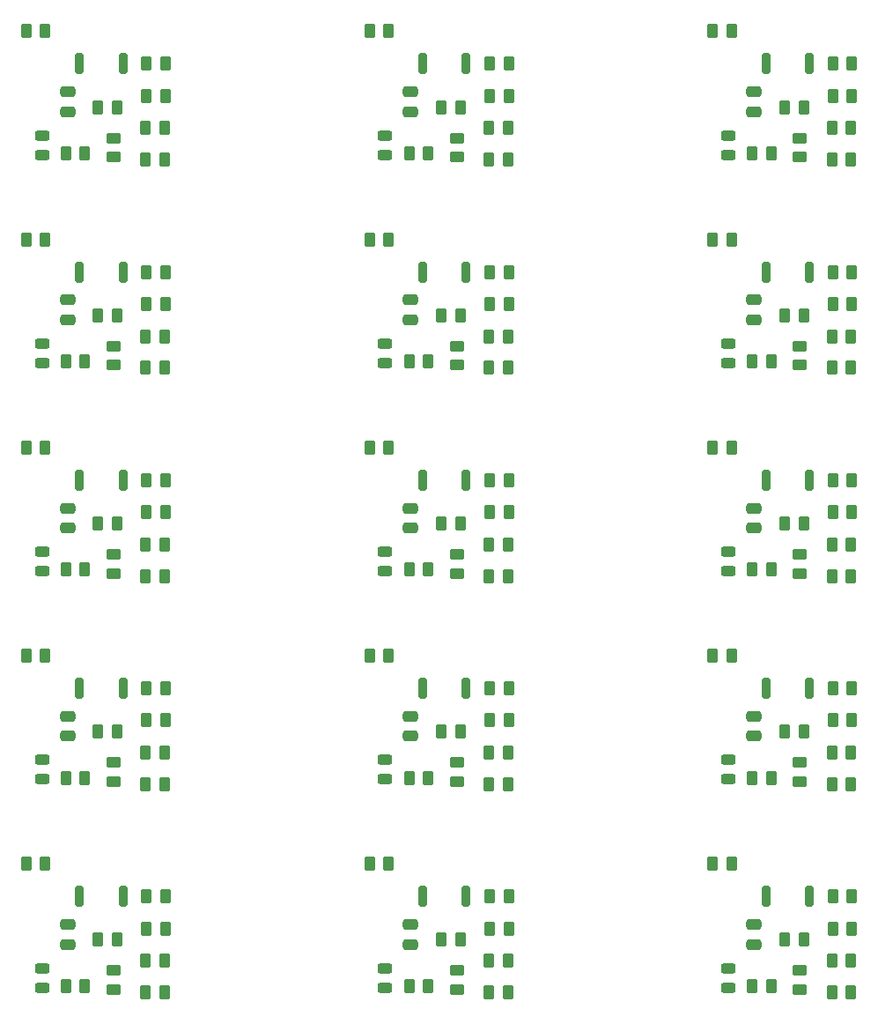
<source format=gbr>
%TF.GenerationSoftware,KiCad,Pcbnew,(6.0.11)*%
%TF.CreationDate,2023-10-19T09:40:57-03:00*%
%TF.ProjectId,gerenciador_de_bateria_2.0,67657265-6e63-4696-9164-6f725f64655f,rev?*%
%TF.SameCoordinates,Original*%
%TF.FileFunction,Paste,Bot*%
%TF.FilePolarity,Positive*%
%FSLAX46Y46*%
G04 Gerber Fmt 4.6, Leading zero omitted, Abs format (unit mm)*
G04 Created by KiCad (PCBNEW (6.0.11)) date 2023-10-19 09:40:57*
%MOMM*%
%LPD*%
G01*
G04 APERTURE LIST*
G04 Aperture macros list*
%AMRoundRect*
0 Rectangle with rounded corners*
0 $1 Rounding radius*
0 $2 $3 $4 $5 $6 $7 $8 $9 X,Y pos of 4 corners*
0 Add a 4 corners polygon primitive as box body*
4,1,4,$2,$3,$4,$5,$6,$7,$8,$9,$2,$3,0*
0 Add four circle primitives for the rounded corners*
1,1,$1+$1,$2,$3*
1,1,$1+$1,$4,$5*
1,1,$1+$1,$6,$7*
1,1,$1+$1,$8,$9*
0 Add four rect primitives between the rounded corners*
20,1,$1+$1,$2,$3,$4,$5,0*
20,1,$1+$1,$4,$5,$6,$7,0*
20,1,$1+$1,$6,$7,$8,$9,0*
20,1,$1+$1,$8,$9,$2,$3,0*%
G04 Aperture macros list end*
%ADD10RoundRect,0.243750X-0.456250X0.243750X-0.456250X-0.243750X0.456250X-0.243750X0.456250X0.243750X0*%
%ADD11RoundRect,0.250000X0.262500X0.450000X-0.262500X0.450000X-0.262500X-0.450000X0.262500X-0.450000X0*%
%ADD12RoundRect,0.200000X0.200000X0.800000X-0.200000X0.800000X-0.200000X-0.800000X0.200000X-0.800000X0*%
%ADD13RoundRect,0.250000X-0.262500X-0.450000X0.262500X-0.450000X0.262500X0.450000X-0.262500X0.450000X0*%
%ADD14RoundRect,0.250000X-0.475000X0.250000X-0.475000X-0.250000X0.475000X-0.250000X0.475000X0.250000X0*%
%ADD15RoundRect,0.250000X-0.450000X0.262500X-0.450000X-0.262500X0.450000X-0.262500X0.450000X0.262500X0*%
G04 APERTURE END LIST*
D10*
%TO.C,D1*%
X182688500Y-150706001D03*
X182688500Y-152581001D03*
%TD*%
D11*
%TO.C,R11*%
X194478500Y-153033501D03*
X192653500Y-153033501D03*
%TD*%
%TO.C,R8*%
X194561000Y-143833501D03*
X192736000Y-143833501D03*
%TD*%
D12*
%TO.C,SW1*%
X190478500Y-143823501D03*
X186278500Y-143823501D03*
%TD*%
D13*
%TO.C,R6*%
X188096000Y-147983501D03*
X189921000Y-147983501D03*
%TD*%
D14*
%TO.C,C11*%
X185148500Y-146523501D03*
X185148500Y-148423501D03*
%TD*%
D15*
%TO.C,R4*%
X189565300Y-150949401D03*
X189565300Y-152774401D03*
%TD*%
D13*
%TO.C,R5*%
X184995200Y-152420701D03*
X186820200Y-152420701D03*
%TD*%
%TO.C,R7*%
X192736000Y-146903501D03*
X194561000Y-146903501D03*
%TD*%
D11*
%TO.C,R1*%
X183008500Y-140683501D03*
X181183500Y-140683501D03*
%TD*%
%TO.C,R12*%
X194481000Y-150003501D03*
X192656000Y-150003501D03*
%TD*%
D10*
%TO.C,D1*%
X149688500Y-150706001D03*
X149688500Y-152581001D03*
%TD*%
D11*
%TO.C,R11*%
X161478500Y-153033501D03*
X159653500Y-153033501D03*
%TD*%
%TO.C,R8*%
X161561000Y-143833501D03*
X159736000Y-143833501D03*
%TD*%
D12*
%TO.C,SW1*%
X157478500Y-143823501D03*
X153278500Y-143823501D03*
%TD*%
D13*
%TO.C,R6*%
X155096000Y-147983501D03*
X156921000Y-147983501D03*
%TD*%
D14*
%TO.C,C11*%
X152148500Y-146523501D03*
X152148500Y-148423501D03*
%TD*%
D15*
%TO.C,R4*%
X156565300Y-150949401D03*
X156565300Y-152774401D03*
%TD*%
D13*
%TO.C,R5*%
X151995200Y-152420701D03*
X153820200Y-152420701D03*
%TD*%
%TO.C,R7*%
X159736000Y-146903501D03*
X161561000Y-146903501D03*
%TD*%
D11*
%TO.C,R1*%
X150008500Y-140683501D03*
X148183500Y-140683501D03*
%TD*%
%TO.C,R12*%
X161481000Y-150003501D03*
X159656000Y-150003501D03*
%TD*%
D10*
%TO.C,D1*%
X116688500Y-150706001D03*
X116688500Y-152581001D03*
%TD*%
D11*
%TO.C,R11*%
X128478500Y-153033501D03*
X126653500Y-153033501D03*
%TD*%
%TO.C,R8*%
X128561000Y-143833501D03*
X126736000Y-143833501D03*
%TD*%
D12*
%TO.C,SW1*%
X124478500Y-143823501D03*
X120278500Y-143823501D03*
%TD*%
D13*
%TO.C,R6*%
X122096000Y-147983501D03*
X123921000Y-147983501D03*
%TD*%
D14*
%TO.C,C11*%
X119148500Y-146523501D03*
X119148500Y-148423501D03*
%TD*%
D15*
%TO.C,R4*%
X123565300Y-150949401D03*
X123565300Y-152774401D03*
%TD*%
D13*
%TO.C,R5*%
X118995200Y-152420701D03*
X120820200Y-152420701D03*
%TD*%
%TO.C,R7*%
X126736000Y-146903501D03*
X128561000Y-146903501D03*
%TD*%
D11*
%TO.C,R1*%
X117008500Y-140683501D03*
X115183500Y-140683501D03*
%TD*%
%TO.C,R12*%
X128481000Y-150003501D03*
X126656000Y-150003501D03*
%TD*%
D10*
%TO.C,D1*%
X182688500Y-130706001D03*
X182688500Y-132581001D03*
%TD*%
D11*
%TO.C,R11*%
X194478500Y-133033501D03*
X192653500Y-133033501D03*
%TD*%
%TO.C,R8*%
X194561000Y-123833501D03*
X192736000Y-123833501D03*
%TD*%
D12*
%TO.C,SW1*%
X190478500Y-123823501D03*
X186278500Y-123823501D03*
%TD*%
D13*
%TO.C,R6*%
X188096000Y-127983501D03*
X189921000Y-127983501D03*
%TD*%
D14*
%TO.C,C11*%
X185148500Y-126523501D03*
X185148500Y-128423501D03*
%TD*%
D15*
%TO.C,R4*%
X189565300Y-130949401D03*
X189565300Y-132774401D03*
%TD*%
D13*
%TO.C,R5*%
X184995200Y-132420701D03*
X186820200Y-132420701D03*
%TD*%
%TO.C,R7*%
X192736000Y-126903501D03*
X194561000Y-126903501D03*
%TD*%
D11*
%TO.C,R1*%
X183008500Y-120683501D03*
X181183500Y-120683501D03*
%TD*%
%TO.C,R12*%
X194481000Y-130003501D03*
X192656000Y-130003501D03*
%TD*%
D10*
%TO.C,D1*%
X149688500Y-130706001D03*
X149688500Y-132581001D03*
%TD*%
D11*
%TO.C,R11*%
X161478500Y-133033501D03*
X159653500Y-133033501D03*
%TD*%
%TO.C,R8*%
X161561000Y-123833501D03*
X159736000Y-123833501D03*
%TD*%
D12*
%TO.C,SW1*%
X157478500Y-123823501D03*
X153278500Y-123823501D03*
%TD*%
D13*
%TO.C,R6*%
X155096000Y-127983501D03*
X156921000Y-127983501D03*
%TD*%
D14*
%TO.C,C11*%
X152148500Y-126523501D03*
X152148500Y-128423501D03*
%TD*%
D15*
%TO.C,R4*%
X156565300Y-130949401D03*
X156565300Y-132774401D03*
%TD*%
D13*
%TO.C,R5*%
X151995200Y-132420701D03*
X153820200Y-132420701D03*
%TD*%
%TO.C,R7*%
X159736000Y-126903501D03*
X161561000Y-126903501D03*
%TD*%
D11*
%TO.C,R1*%
X150008500Y-120683501D03*
X148183500Y-120683501D03*
%TD*%
%TO.C,R12*%
X161481000Y-130003501D03*
X159656000Y-130003501D03*
%TD*%
D10*
%TO.C,D1*%
X116688500Y-130706001D03*
X116688500Y-132581001D03*
%TD*%
D11*
%TO.C,R11*%
X128478500Y-133033501D03*
X126653500Y-133033501D03*
%TD*%
%TO.C,R8*%
X128561000Y-123833501D03*
X126736000Y-123833501D03*
%TD*%
D12*
%TO.C,SW1*%
X124478500Y-123823501D03*
X120278500Y-123823501D03*
%TD*%
D13*
%TO.C,R6*%
X122096000Y-127983501D03*
X123921000Y-127983501D03*
%TD*%
D14*
%TO.C,C11*%
X119148500Y-126523501D03*
X119148500Y-128423501D03*
%TD*%
D15*
%TO.C,R4*%
X123565300Y-130949401D03*
X123565300Y-132774401D03*
%TD*%
D13*
%TO.C,R5*%
X118995200Y-132420701D03*
X120820200Y-132420701D03*
%TD*%
%TO.C,R7*%
X126736000Y-126903501D03*
X128561000Y-126903501D03*
%TD*%
D11*
%TO.C,R1*%
X117008500Y-120683501D03*
X115183500Y-120683501D03*
%TD*%
%TO.C,R12*%
X128481000Y-130003501D03*
X126656000Y-130003501D03*
%TD*%
D10*
%TO.C,D1*%
X182688500Y-110706001D03*
X182688500Y-112581001D03*
%TD*%
D11*
%TO.C,R11*%
X194478500Y-113033501D03*
X192653500Y-113033501D03*
%TD*%
%TO.C,R8*%
X194561000Y-103833501D03*
X192736000Y-103833501D03*
%TD*%
D12*
%TO.C,SW1*%
X190478500Y-103823501D03*
X186278500Y-103823501D03*
%TD*%
D13*
%TO.C,R6*%
X188096000Y-107983501D03*
X189921000Y-107983501D03*
%TD*%
D14*
%TO.C,C11*%
X185148500Y-106523501D03*
X185148500Y-108423501D03*
%TD*%
D15*
%TO.C,R4*%
X189565300Y-110949401D03*
X189565300Y-112774401D03*
%TD*%
D13*
%TO.C,R5*%
X184995200Y-112420701D03*
X186820200Y-112420701D03*
%TD*%
%TO.C,R7*%
X192736000Y-106903501D03*
X194561000Y-106903501D03*
%TD*%
D11*
%TO.C,R1*%
X183008500Y-100683501D03*
X181183500Y-100683501D03*
%TD*%
%TO.C,R12*%
X194481000Y-110003501D03*
X192656000Y-110003501D03*
%TD*%
D10*
%TO.C,D1*%
X149688500Y-110706001D03*
X149688500Y-112581001D03*
%TD*%
D11*
%TO.C,R11*%
X161478500Y-113033501D03*
X159653500Y-113033501D03*
%TD*%
%TO.C,R8*%
X161561000Y-103833501D03*
X159736000Y-103833501D03*
%TD*%
D12*
%TO.C,SW1*%
X157478500Y-103823501D03*
X153278500Y-103823501D03*
%TD*%
D13*
%TO.C,R6*%
X155096000Y-107983501D03*
X156921000Y-107983501D03*
%TD*%
D14*
%TO.C,C11*%
X152148500Y-106523501D03*
X152148500Y-108423501D03*
%TD*%
D15*
%TO.C,R4*%
X156565300Y-110949401D03*
X156565300Y-112774401D03*
%TD*%
D13*
%TO.C,R5*%
X151995200Y-112420701D03*
X153820200Y-112420701D03*
%TD*%
%TO.C,R7*%
X159736000Y-106903501D03*
X161561000Y-106903501D03*
%TD*%
D11*
%TO.C,R1*%
X150008500Y-100683501D03*
X148183500Y-100683501D03*
%TD*%
%TO.C,R12*%
X161481000Y-110003501D03*
X159656000Y-110003501D03*
%TD*%
D10*
%TO.C,D1*%
X116688500Y-110706001D03*
X116688500Y-112581001D03*
%TD*%
D11*
%TO.C,R11*%
X128478500Y-113033501D03*
X126653500Y-113033501D03*
%TD*%
%TO.C,R8*%
X128561000Y-103833501D03*
X126736000Y-103833501D03*
%TD*%
D12*
%TO.C,SW1*%
X124478500Y-103823501D03*
X120278500Y-103823501D03*
%TD*%
D13*
%TO.C,R6*%
X122096000Y-107983501D03*
X123921000Y-107983501D03*
%TD*%
D14*
%TO.C,C11*%
X119148500Y-106523501D03*
X119148500Y-108423501D03*
%TD*%
D15*
%TO.C,R4*%
X123565300Y-110949401D03*
X123565300Y-112774401D03*
%TD*%
D13*
%TO.C,R5*%
X118995200Y-112420701D03*
X120820200Y-112420701D03*
%TD*%
%TO.C,R7*%
X126736000Y-106903501D03*
X128561000Y-106903501D03*
%TD*%
D11*
%TO.C,R1*%
X117008500Y-100683501D03*
X115183500Y-100683501D03*
%TD*%
%TO.C,R12*%
X128481000Y-110003501D03*
X126656000Y-110003501D03*
%TD*%
D10*
%TO.C,D1*%
X182688500Y-90706001D03*
X182688500Y-92581001D03*
%TD*%
D11*
%TO.C,R11*%
X194478500Y-93033501D03*
X192653500Y-93033501D03*
%TD*%
%TO.C,R8*%
X194561000Y-83833501D03*
X192736000Y-83833501D03*
%TD*%
D12*
%TO.C,SW1*%
X190478500Y-83823501D03*
X186278500Y-83823501D03*
%TD*%
D13*
%TO.C,R6*%
X188096000Y-87983501D03*
X189921000Y-87983501D03*
%TD*%
D14*
%TO.C,C11*%
X185148500Y-86523501D03*
X185148500Y-88423501D03*
%TD*%
D15*
%TO.C,R4*%
X189565300Y-90949401D03*
X189565300Y-92774401D03*
%TD*%
D13*
%TO.C,R5*%
X184995200Y-92420701D03*
X186820200Y-92420701D03*
%TD*%
%TO.C,R7*%
X192736000Y-86903501D03*
X194561000Y-86903501D03*
%TD*%
D11*
%TO.C,R1*%
X183008500Y-80683501D03*
X181183500Y-80683501D03*
%TD*%
%TO.C,R12*%
X194481000Y-90003501D03*
X192656000Y-90003501D03*
%TD*%
D10*
%TO.C,D1*%
X149688500Y-90706001D03*
X149688500Y-92581001D03*
%TD*%
D11*
%TO.C,R11*%
X161478500Y-93033501D03*
X159653500Y-93033501D03*
%TD*%
%TO.C,R8*%
X161561000Y-83833501D03*
X159736000Y-83833501D03*
%TD*%
D12*
%TO.C,SW1*%
X157478500Y-83823501D03*
X153278500Y-83823501D03*
%TD*%
D13*
%TO.C,R6*%
X155096000Y-87983501D03*
X156921000Y-87983501D03*
%TD*%
D14*
%TO.C,C11*%
X152148500Y-86523501D03*
X152148500Y-88423501D03*
%TD*%
D15*
%TO.C,R4*%
X156565300Y-90949401D03*
X156565300Y-92774401D03*
%TD*%
D13*
%TO.C,R5*%
X151995200Y-92420701D03*
X153820200Y-92420701D03*
%TD*%
%TO.C,R7*%
X159736000Y-86903501D03*
X161561000Y-86903501D03*
%TD*%
D11*
%TO.C,R1*%
X150008500Y-80683501D03*
X148183500Y-80683501D03*
%TD*%
%TO.C,R12*%
X161481000Y-90003501D03*
X159656000Y-90003501D03*
%TD*%
D10*
%TO.C,D1*%
X116688500Y-90706001D03*
X116688500Y-92581001D03*
%TD*%
D11*
%TO.C,R11*%
X128478500Y-93033501D03*
X126653500Y-93033501D03*
%TD*%
%TO.C,R8*%
X128561000Y-83833501D03*
X126736000Y-83833501D03*
%TD*%
D12*
%TO.C,SW1*%
X124478500Y-83823501D03*
X120278500Y-83823501D03*
%TD*%
D13*
%TO.C,R6*%
X122096000Y-87983501D03*
X123921000Y-87983501D03*
%TD*%
D14*
%TO.C,C11*%
X119148500Y-86523501D03*
X119148500Y-88423501D03*
%TD*%
D15*
%TO.C,R4*%
X123565300Y-90949401D03*
X123565300Y-92774401D03*
%TD*%
D13*
%TO.C,R5*%
X118995200Y-92420701D03*
X120820200Y-92420701D03*
%TD*%
%TO.C,R7*%
X126736000Y-86903501D03*
X128561000Y-86903501D03*
%TD*%
D11*
%TO.C,R1*%
X117008500Y-80683501D03*
X115183500Y-80683501D03*
%TD*%
%TO.C,R12*%
X128481000Y-90003501D03*
X126656000Y-90003501D03*
%TD*%
D10*
%TO.C,D1*%
X182688500Y-70706001D03*
X182688500Y-72581001D03*
%TD*%
D11*
%TO.C,R11*%
X194478500Y-73033501D03*
X192653500Y-73033501D03*
%TD*%
%TO.C,R8*%
X194561000Y-63833501D03*
X192736000Y-63833501D03*
%TD*%
D12*
%TO.C,SW1*%
X190478500Y-63823501D03*
X186278500Y-63823501D03*
%TD*%
D13*
%TO.C,R6*%
X188096000Y-67983501D03*
X189921000Y-67983501D03*
%TD*%
D14*
%TO.C,C11*%
X185148500Y-66523501D03*
X185148500Y-68423501D03*
%TD*%
D15*
%TO.C,R4*%
X189565300Y-70949401D03*
X189565300Y-72774401D03*
%TD*%
D13*
%TO.C,R5*%
X184995200Y-72420701D03*
X186820200Y-72420701D03*
%TD*%
%TO.C,R7*%
X192736000Y-66903501D03*
X194561000Y-66903501D03*
%TD*%
D11*
%TO.C,R1*%
X183008500Y-60683501D03*
X181183500Y-60683501D03*
%TD*%
%TO.C,R12*%
X194481000Y-70003501D03*
X192656000Y-70003501D03*
%TD*%
D10*
%TO.C,D1*%
X149688500Y-70706001D03*
X149688500Y-72581001D03*
%TD*%
D11*
%TO.C,R11*%
X161478500Y-73033501D03*
X159653500Y-73033501D03*
%TD*%
%TO.C,R8*%
X161561000Y-63833501D03*
X159736000Y-63833501D03*
%TD*%
D12*
%TO.C,SW1*%
X157478500Y-63823501D03*
X153278500Y-63823501D03*
%TD*%
D13*
%TO.C,R6*%
X155096000Y-67983501D03*
X156921000Y-67983501D03*
%TD*%
D14*
%TO.C,C11*%
X152148500Y-66523501D03*
X152148500Y-68423501D03*
%TD*%
D15*
%TO.C,R4*%
X156565300Y-70949401D03*
X156565300Y-72774401D03*
%TD*%
D13*
%TO.C,R5*%
X151995200Y-72420701D03*
X153820200Y-72420701D03*
%TD*%
%TO.C,R7*%
X159736000Y-66903501D03*
X161561000Y-66903501D03*
%TD*%
D11*
%TO.C,R1*%
X150008500Y-60683501D03*
X148183500Y-60683501D03*
%TD*%
%TO.C,R12*%
X161481000Y-70003501D03*
X159656000Y-70003501D03*
%TD*%
%TO.C,R12*%
X128481000Y-70003501D03*
X126656000Y-70003501D03*
%TD*%
%TO.C,R1*%
X117008500Y-60683501D03*
X115183500Y-60683501D03*
%TD*%
D13*
%TO.C,R7*%
X126736000Y-66903501D03*
X128561000Y-66903501D03*
%TD*%
%TO.C,R5*%
X118995200Y-72420701D03*
X120820200Y-72420701D03*
%TD*%
D15*
%TO.C,R4*%
X123565300Y-70949401D03*
X123565300Y-72774401D03*
%TD*%
D14*
%TO.C,C11*%
X119148500Y-66523501D03*
X119148500Y-68423501D03*
%TD*%
D13*
%TO.C,R6*%
X122096000Y-67983501D03*
X123921000Y-67983501D03*
%TD*%
D12*
%TO.C,SW1*%
X124478500Y-63823501D03*
X120278500Y-63823501D03*
%TD*%
D11*
%TO.C,R8*%
X128561000Y-63833501D03*
X126736000Y-63833501D03*
%TD*%
%TO.C,R11*%
X128478500Y-73033501D03*
X126653500Y-73033501D03*
%TD*%
D10*
%TO.C,D1*%
X116688500Y-70706001D03*
X116688500Y-72581001D03*
%TD*%
M02*

</source>
